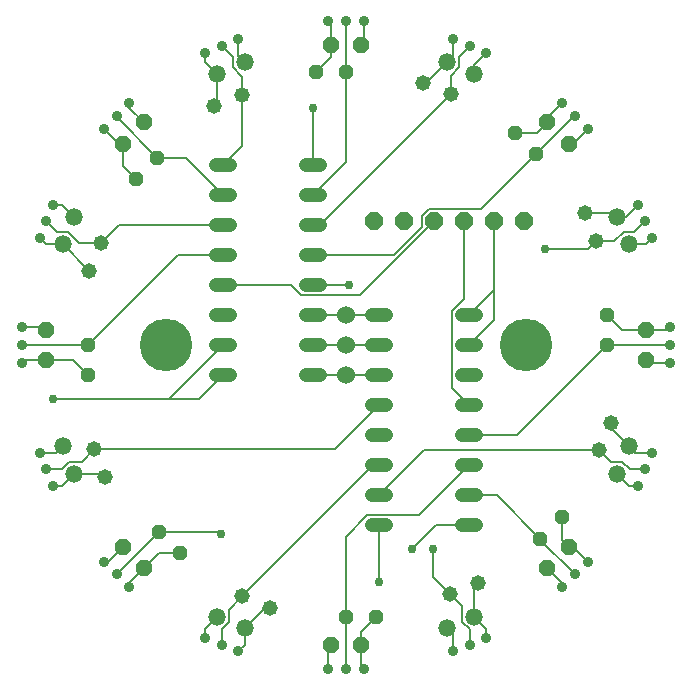
<source format=gbr>
G04 EAGLE Gerber RS-274X export*
G75*
%MOMM*%
%FSLAX34Y34*%
%LPD*%
%INTop Copper*%
%IPPOS*%
%AMOC8*
5,1,8,0,0,1.08239X$1,22.5*%
G01*
%ADD10C,1.219200*%
%ADD11C,0.900000*%
%ADD12P,1.319650X8X292.500000*%
%ADD13P,1.539592X8X112.500000*%
%ADD14P,1.319650X8X315.000000*%
%ADD15P,1.539592X8X135.000000*%
%ADD16P,1.319650X8X337.500000*%
%ADD17P,1.539592X8X157.500000*%
%ADD18P,1.319650X8X360.000000*%
%ADD19P,1.539592X8X180.000000*%
%ADD20P,1.319650X8X22.500000*%
%ADD21P,1.539592X8X202.500000*%
%ADD22P,1.319650X8X45.000000*%
%ADD23P,1.539592X8X225.000000*%
%ADD24P,1.319650X8X67.500000*%
%ADD25P,1.539592X8X247.500000*%
%ADD26P,1.319650X8X90.000000*%
%ADD27P,1.539592X8X270.000000*%
%ADD28P,1.319650X8X112.500000*%
%ADD29P,1.539592X8X292.500000*%
%ADD30P,1.319650X8X135.000000*%
%ADD31P,1.539592X8X315.000000*%
%ADD32P,1.319650X8X157.500000*%
%ADD33P,1.539592X8X337.500000*%
%ADD34P,1.319650X8X180.000000*%
%ADD35P,1.539592X8X360.000000*%
%ADD36P,1.319650X8X202.500000*%
%ADD37P,1.539592X8X22.500000*%
%ADD38P,1.319650X8X225.000000*%
%ADD39P,1.539592X8X45.000000*%
%ADD40P,1.319650X8X247.500000*%
%ADD41P,1.539592X8X67.500000*%
%ADD42P,1.319650X8X270.000000*%
%ADD43P,1.539592X8X90.000000*%
%ADD44P,1.649562X8X112.500000*%
%ADD45C,1.524000*%
%ADD46C,4.445000*%
%ADD47C,0.203200*%
%ADD48C,0.152400*%
%ADD49C,0.756400*%


D10*
X-110236Y152400D02*
X-98044Y152400D01*
X-98044Y127000D02*
X-110236Y127000D01*
X-110236Y50800D02*
X-98044Y50800D01*
X-98044Y25400D02*
X-110236Y25400D01*
X-110236Y101600D02*
X-98044Y101600D01*
X-98044Y76200D02*
X-110236Y76200D01*
X-110236Y0D02*
X-98044Y0D01*
X-98044Y-25400D02*
X-110236Y-25400D01*
X-34036Y-25400D02*
X-21844Y-25400D01*
X-21844Y0D02*
X-34036Y0D01*
X-34036Y25400D02*
X-21844Y25400D01*
X-21844Y50800D02*
X-34036Y50800D01*
X-34036Y76200D02*
X-21844Y76200D01*
X-21844Y101600D02*
X-34036Y101600D01*
X-34036Y127000D02*
X-21844Y127000D01*
X-21844Y152400D02*
X-34036Y152400D01*
X98044Y-152400D02*
X110236Y-152400D01*
X110236Y-127000D02*
X98044Y-127000D01*
X98044Y-50800D02*
X110236Y-50800D01*
X110236Y-25400D02*
X98044Y-25400D01*
X98044Y-101600D02*
X110236Y-101600D01*
X110236Y-76200D02*
X98044Y-76200D01*
X98044Y0D02*
X110236Y0D01*
X110236Y25400D02*
X98044Y25400D01*
X34036Y25400D02*
X21844Y25400D01*
X21844Y0D02*
X34036Y0D01*
X34036Y-25400D02*
X21844Y-25400D01*
X21844Y-50800D02*
X34036Y-50800D01*
X34036Y-76200D02*
X21844Y-76200D01*
X21844Y-101600D02*
X34036Y-101600D01*
X34036Y-127000D02*
X21844Y-127000D01*
X21844Y-152400D02*
X34036Y-152400D01*
D11*
X274320Y15240D03*
X274320Y0D03*
X274320Y-15240D03*
D12*
X220980Y25400D03*
X220980Y0D03*
D13*
X254000Y-12700D03*
X254000Y12700D03*
D11*
X247607Y119058D03*
X253439Y104978D03*
X259271Y90898D03*
D14*
X202335Y111617D03*
X212056Y88150D03*
D15*
X239525Y85468D03*
X229805Y108935D03*
D11*
X183197Y204750D03*
X193974Y193974D03*
X204750Y183197D03*
D16*
X143030Y180041D03*
X160991Y162080D03*
D17*
X188585Y170625D03*
X170625Y188585D03*
D11*
X90898Y259271D03*
X104978Y253439D03*
X119058Y247607D03*
D18*
X65290Y222216D03*
X88757Y212495D03*
D19*
X108935Y229805D03*
X85468Y239525D03*
D11*
X-15240Y274320D03*
X0Y274320D03*
X15240Y274320D03*
D20*
X-25400Y231140D03*
X0Y231140D03*
D21*
X12700Y254000D03*
X-12700Y254000D03*
D11*
X-119058Y247607D03*
X-104978Y253439D03*
X-90898Y259271D03*
D22*
X-111617Y202335D03*
X-88150Y212056D03*
D23*
X-85468Y239525D03*
X-108935Y229805D03*
D11*
X-204750Y183197D03*
X-193974Y193974D03*
X-183197Y204750D03*
D24*
X-177501Y140490D03*
X-159540Y158451D03*
D25*
X-170625Y188585D03*
X-188585Y170625D03*
D11*
X-259271Y90898D03*
X-253439Y104978D03*
X-247607Y119058D03*
D26*
X-217136Y62750D03*
X-207415Y86217D03*
D27*
X-229805Y108935D03*
X-239525Y85468D03*
D11*
X-274320Y-15240D03*
X-274320Y0D03*
X-274320Y15240D03*
D28*
X-218440Y-25400D03*
X-218440Y0D03*
D29*
X-254000Y12700D03*
X-254000Y-12700D03*
D11*
X-247607Y-119058D03*
X-253439Y-104978D03*
X-259271Y-90898D03*
D30*
X-203605Y-111617D03*
X-213326Y-88150D03*
D31*
X-239525Y-85468D03*
X-229805Y-108935D03*
D11*
X-183197Y-204750D03*
X-193974Y-193974D03*
X-204750Y-183197D03*
D32*
X-140490Y-176231D03*
X-158451Y-158270D03*
D33*
X-188585Y-170625D03*
X-170625Y-188585D03*
D11*
X-90898Y-259271D03*
X-104978Y-253439D03*
X-119058Y-247607D03*
D34*
X-64020Y-222216D03*
X-87487Y-212495D03*
D35*
X-108935Y-229805D03*
X-85468Y-239525D03*
D11*
X15240Y-274320D03*
X0Y-274320D03*
X-15240Y-274320D03*
D36*
X25400Y-229870D03*
X0Y-229870D03*
D37*
X-12700Y-254000D03*
X12700Y-254000D03*
D11*
X119058Y-247607D03*
X104978Y-253439D03*
X90898Y-259271D03*
D38*
X111617Y-201065D03*
X88150Y-210786D03*
D39*
X85468Y-239525D03*
X108935Y-229805D03*
D11*
X204750Y-183197D03*
X193974Y-193974D03*
X183197Y-204750D03*
D40*
X182735Y-145724D03*
X164774Y-163685D03*
D41*
X170625Y-188585D03*
X188585Y-170625D03*
D11*
X259271Y-90898D03*
X253439Y-104978D03*
X247607Y-119058D03*
D42*
X224466Y-65478D03*
X214745Y-88945D03*
D43*
X229805Y-108935D03*
X239525Y-85468D03*
D44*
X24130Y105410D03*
X49530Y105410D03*
X74930Y105410D03*
X100330Y105410D03*
X125730Y105410D03*
X151130Y105410D03*
D45*
X0Y25400D03*
X0Y0D03*
X0Y-25400D03*
D46*
X152400Y0D03*
X-152400Y0D03*
D47*
X256540Y-15240D02*
X274320Y-15240D01*
X256540Y-15240D02*
X254000Y-12700D01*
X253841Y85468D02*
X259271Y90898D01*
X253841Y85468D02*
X239525Y85468D01*
X192177Y170625D02*
X204750Y183197D01*
X192177Y170625D02*
X188585Y170625D01*
D48*
X125730Y46990D02*
X104140Y25400D01*
X125730Y46990D02*
X125730Y105410D01*
D49*
X-247650Y-45720D03*
D48*
X-124460Y-45720D01*
X-104140Y-25400D01*
X-149860Y-45720D02*
X-247650Y-45720D01*
X-149860Y-45720D02*
X-104140Y0D01*
X104140Y0D02*
X125730Y21590D01*
X125730Y105410D01*
X108935Y237484D02*
X119058Y247607D01*
X108935Y237484D02*
X108935Y229805D01*
X15240Y256540D02*
X12700Y254000D01*
X15240Y256540D02*
X15240Y274320D01*
X-85468Y239525D02*
X-90898Y244955D01*
X-90898Y259271D01*
X-170625Y188585D02*
X-183197Y201158D01*
X-183197Y204750D01*
X-239928Y119058D02*
X-229805Y108935D01*
X-239928Y119058D02*
X-247607Y119058D01*
X-256540Y15240D02*
X-254000Y12700D01*
X-256540Y15240D02*
X-274320Y15240D01*
X-239525Y-85468D02*
X-244955Y-90898D01*
X-259271Y-90898D01*
X-204750Y-183197D02*
X-201158Y-183197D01*
X-188585Y-170625D01*
X-119058Y-239928D02*
X-119058Y-247607D01*
X-119058Y-239928D02*
X-108935Y-229805D01*
X-15240Y-256540D02*
X-15240Y-274320D01*
X-15240Y-256540D02*
X-12700Y-254000D01*
X90898Y-259271D02*
X90898Y-244955D01*
X85468Y-239525D01*
X183197Y-204750D02*
X183197Y-201158D01*
X170625Y-188585D01*
X239928Y-119058D02*
X247607Y-119058D01*
X239928Y-119058D02*
X229805Y-108935D01*
X-192177Y170625D02*
X-204750Y183197D01*
X-192177Y170625D02*
X-188585Y170625D01*
X-188585Y151575D01*
X-177501Y140490D01*
D47*
X170625Y192177D02*
X183197Y204750D01*
X170625Y192177D02*
X170625Y188585D01*
X162080Y180041D01*
X143030Y180041D01*
X237484Y108935D02*
X247607Y119058D01*
X237484Y108935D02*
X229805Y108935D01*
X227123Y111617D01*
X202335Y111617D01*
X274320Y15240D02*
X271780Y12700D01*
X254000Y12700D01*
X233680Y12700D01*
X220980Y25400D01*
X244955Y-90898D02*
X259271Y-90898D01*
X244955Y-90898D02*
X239525Y-85468D01*
X224466Y-70408D01*
X224466Y-65478D01*
D48*
X-85468Y-253841D02*
X-90898Y-259271D01*
X-85468Y-253841D02*
X-85468Y-239525D01*
X-68158Y-222216D01*
X-64020Y-222216D01*
X12700Y-271780D02*
X15240Y-274320D01*
X12700Y-271780D02*
X12700Y-254000D01*
X12700Y-242570D01*
X25400Y-229870D01*
X119058Y-239928D02*
X119058Y-247607D01*
X119058Y-239928D02*
X108935Y-229805D01*
X108935Y-203747D01*
X111617Y-201065D01*
X90898Y244955D02*
X90898Y259271D01*
X90898Y244955D02*
X85468Y239525D01*
X68158Y222216D01*
X65290Y222216D01*
X-12700Y271780D02*
X-15240Y274320D01*
X-12700Y271780D02*
X-12700Y254000D01*
X-12700Y243840D01*
X-25400Y231140D01*
X-119058Y239928D02*
X-119058Y247607D01*
X-119058Y239928D02*
X-108935Y229805D01*
X-108935Y205017D01*
X-111617Y202335D01*
X-253841Y85468D02*
X-259271Y90898D01*
X-253841Y85468D02*
X-239525Y85468D01*
X-217136Y63078D01*
X-217136Y62750D01*
X-271780Y-12700D02*
X-274320Y-15240D01*
X-271780Y-12700D02*
X-254000Y-12700D01*
X-231140Y-12700D01*
X-218440Y-25400D01*
X-239928Y-119058D02*
X-247607Y-119058D01*
X-239928Y-119058D02*
X-229805Y-108935D01*
X-206287Y-108935D01*
X-203605Y-111617D01*
X-183197Y-201158D02*
X-183197Y-204750D01*
X-183197Y-201158D02*
X-170625Y-188585D01*
X-158270Y-176231D01*
X-140490Y-176231D01*
X192177Y-170625D02*
X204750Y-183197D01*
X192177Y-170625D02*
X188585Y-170625D01*
X182735Y-164774D01*
X182735Y-145724D01*
X27940Y-152400D02*
X27940Y-200660D01*
D49*
X27940Y-200660D03*
D48*
X-27940Y152400D02*
X-27940Y200660D01*
D49*
X-27940Y200660D03*
D47*
X-95916Y244377D02*
X-104978Y253439D01*
X-95916Y244377D02*
X-95916Y235198D01*
X-88150Y227433D02*
X-88150Y212056D01*
X-88150Y227433D02*
X-95916Y235198D01*
X-88150Y212056D02*
X-88150Y168390D01*
X-104140Y152400D01*
X-159540Y158451D02*
X-193974Y192884D01*
X-193974Y193974D01*
X-159540Y158451D02*
X-135591Y158451D01*
X-104140Y127000D01*
X-244377Y95916D02*
X-253439Y104978D01*
X-244377Y95916D02*
X-235198Y95916D01*
X-225499Y86217D02*
X-207415Y86217D01*
X-225499Y86217D02*
X-235198Y95916D01*
X-207415Y86217D02*
X-192032Y101600D01*
X-104140Y101600D01*
X-218440Y0D02*
X-274320Y0D01*
X-218440Y0D02*
X-142240Y76200D01*
X-104140Y76200D01*
X244377Y95916D02*
X253439Y104978D01*
X244377Y95916D02*
X235198Y95916D01*
X227433Y88150D02*
X212056Y88150D01*
X227433Y88150D02*
X235198Y95916D01*
D49*
X168910Y81280D03*
X2540Y50800D03*
D48*
X-27940Y50800D01*
X168910Y81280D02*
X205185Y81280D01*
X212056Y88150D01*
D47*
X70722Y115570D02*
X64770Y109618D01*
X40691Y76200D02*
X-27940Y76200D01*
X114481Y115570D02*
X160991Y162080D01*
X64770Y100279D02*
X40691Y76200D01*
X64770Y100279D02*
X64770Y109618D01*
X70722Y115570D02*
X114481Y115570D01*
D48*
X160991Y162080D02*
X192884Y193974D01*
X193974Y193974D01*
D47*
X104978Y253439D02*
X95916Y244377D01*
X95916Y235198D01*
X88757Y228039D02*
X88757Y212495D01*
X88757Y228039D02*
X95916Y235198D01*
X88757Y212495D02*
X-22139Y101600D01*
X-27940Y101600D01*
X0Y231140D02*
X0Y274320D01*
X0Y231140D02*
X0Y154940D01*
X-27940Y127000D01*
X-193974Y-193793D02*
X-193974Y-193974D01*
X-193974Y-193793D02*
X-158451Y-158270D01*
D48*
X-107160Y-158270D01*
X-105410Y-160020D01*
D49*
X-105410Y-160020D03*
X55880Y-172720D03*
D48*
X76200Y-152400D01*
X104140Y-152400D01*
D47*
X164774Y-164774D02*
X193974Y-193974D01*
X164774Y-164774D02*
X164774Y-163685D01*
D48*
X128089Y-127000D01*
X104140Y-127000D01*
D47*
X0Y-229870D02*
X0Y-274320D01*
D48*
X0Y-162390D02*
X18372Y-144018D01*
X0Y-162390D02*
X0Y-229870D01*
X61722Y-144018D02*
X104140Y-101600D01*
X61722Y-144018D02*
X18372Y-144018D01*
D47*
X220980Y0D02*
X274320Y0D01*
X220980Y0D02*
X144780Y-76200D01*
X104140Y-76200D01*
X-240623Y-104978D02*
X-253439Y-104978D01*
X-240623Y-104978D02*
X-234133Y-98488D01*
X-223663Y-98488D02*
X-213326Y-88150D01*
X-223663Y-98488D02*
X-234133Y-98488D01*
D48*
X-213326Y-88150D02*
X-9410Y-88150D01*
X27940Y-50800D01*
D47*
X104978Y-240623D02*
X104978Y-253439D01*
X104978Y-240623D02*
X98488Y-234133D01*
X98488Y-221123D02*
X88150Y-210786D01*
X98488Y-221123D02*
X98488Y-234133D01*
D48*
X88150Y-210786D02*
X73660Y-196295D01*
X73660Y-172720D01*
D49*
X73660Y-172720D03*
D48*
X-104978Y-240234D02*
X-104978Y-253439D01*
X-104978Y-240234D02*
X-98762Y-234019D01*
X-98762Y-223771D02*
X-87487Y-212495D01*
X-98762Y-223771D02*
X-98762Y-234019D01*
X-87487Y-212495D02*
X23409Y-101600D01*
X27940Y-101600D01*
D47*
X240623Y-104978D02*
X253439Y-104978D01*
X240623Y-104978D02*
X234133Y-98488D01*
X224288Y-98488D02*
X214745Y-88945D01*
X224288Y-98488D02*
X234133Y-98488D01*
D48*
X214745Y-88945D02*
X65995Y-88945D01*
X27940Y-127000D01*
D47*
X-46249Y50800D02*
X-104140Y50800D01*
X-46249Y50800D02*
X-37613Y42164D01*
X11684Y42164D01*
X74930Y105410D01*
D48*
X100330Y105410D02*
X100330Y39540D01*
X89662Y28872D01*
X89662Y-36322D01*
X104140Y-50800D01*
D47*
X0Y25400D02*
X-27940Y25400D01*
X0Y25400D02*
X27940Y25400D01*
X0Y0D02*
X-27940Y0D01*
X0Y0D02*
X27940Y0D01*
X0Y-25400D02*
X-27940Y-25400D01*
X0Y-25400D02*
X27940Y-25400D01*
M02*

</source>
